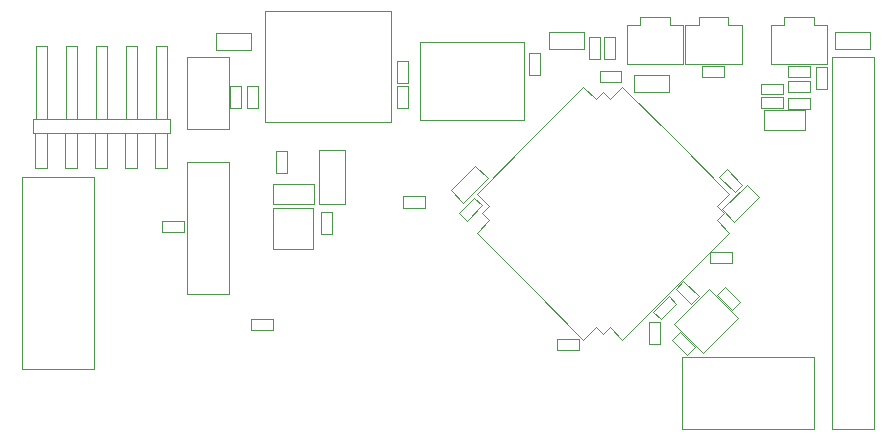
<source format=gbr>
%TF.GenerationSoftware,KiCad,Pcbnew,(5.1.9)-1*%
%TF.CreationDate,2021-03-09T20:48:28+01:00*%
%TF.ProjectId,poly_kb,706f6c79-5f6b-4622-9e6b-696361645f70,rev?*%
%TF.SameCoordinates,Original*%
%TF.FileFunction,Other,User*%
%FSLAX46Y46*%
G04 Gerber Fmt 4.6, Leading zero omitted, Abs format (unit mm)*
G04 Created by KiCad (PCBNEW (5.1.9)-1) date 2021-03-09 20:48:28*
%MOMM*%
%LPD*%
G01*
G04 APERTURE LIST*
%ADD10C,0.050000*%
%ADD11C,0.120000*%
G04 APERTURE END LIST*
D10*
%TO.C,J8*%
X428730000Y-31220000D02*
X428730000Y-37370000D01*
X428730000Y-37370000D02*
X432330000Y-37370000D01*
X432330000Y-37370000D02*
X432330000Y-31220000D01*
X432330000Y-31220000D02*
X428730000Y-31220000D01*
%TO.C,J3*%
X414760000Y-41380000D02*
X414760000Y-57680000D01*
X414760000Y-57680000D02*
X420910000Y-57680000D01*
X420910000Y-57680000D02*
X420910000Y-41380000D01*
X420910000Y-41380000D02*
X414760000Y-41380000D01*
D11*
%TO.C,J1*%
X427329600Y-37642800D02*
X427329600Y-36474400D01*
X427329600Y-36474400D02*
X415696400Y-36474400D01*
X415696400Y-36474400D02*
X415696400Y-37693600D01*
X418490400Y-30327600D02*
X419455600Y-30327600D01*
X419455600Y-30327600D02*
X419455600Y-36474400D01*
X418439600Y-40614600D02*
X419455600Y-40614600D01*
X418490400Y-30327600D02*
X418490400Y-36423600D01*
X415696400Y-37693600D02*
X427329600Y-37693600D01*
X418439600Y-40589200D02*
X418439600Y-37744400D01*
X419455600Y-40614600D02*
X419455600Y-37719000D01*
X415899600Y-40614600D02*
X416915600Y-40614600D01*
X415950400Y-30327600D02*
X416915600Y-30327600D01*
X416915600Y-30327600D02*
X416915600Y-36474400D01*
X415950400Y-30327600D02*
X415950400Y-36423600D01*
X416915600Y-40614600D02*
X416915600Y-37719000D01*
X415899600Y-40589200D02*
X415899600Y-37744400D01*
X420979600Y-40614600D02*
X421995600Y-40614600D01*
X421030400Y-30327600D02*
X421995600Y-30327600D01*
X421995600Y-30327600D02*
X421995600Y-36474400D01*
X421030400Y-30327600D02*
X421030400Y-36423600D01*
X421995600Y-40614600D02*
X421995600Y-37719000D01*
X420979600Y-40589200D02*
X420979600Y-37744400D01*
X423519600Y-40614600D02*
X424535600Y-40614600D01*
X423570400Y-30327600D02*
X424535600Y-30327600D01*
X424535600Y-30327600D02*
X424535600Y-36474400D01*
X423570400Y-30327600D02*
X423570400Y-36423600D01*
X424535600Y-40614600D02*
X424535600Y-37719000D01*
X423519600Y-40589200D02*
X423519600Y-37744400D01*
X426059600Y-40614600D02*
X427075600Y-40614600D01*
X426110400Y-30327600D02*
X427075600Y-30327600D01*
X427075600Y-30327600D02*
X427075600Y-36474400D01*
X426110400Y-30327600D02*
X426110400Y-36423600D01*
X427075600Y-40614600D02*
X427075600Y-37719000D01*
X426059600Y-40589200D02*
X426059600Y-37744400D01*
D10*
%TO.C,R12*%
X432422200Y-33715600D02*
X433362200Y-33715600D01*
X433362200Y-33715600D02*
X433362200Y-35575600D01*
X433362200Y-35575600D02*
X432422200Y-35575600D01*
X432422200Y-35575600D02*
X432422200Y-33715600D01*
%TO.C,R7*%
X462826000Y-29550000D02*
X463766000Y-29550000D01*
X463766000Y-29550000D02*
X463766000Y-31410000D01*
X463766000Y-31410000D02*
X462826000Y-31410000D01*
X462826000Y-31410000D02*
X462826000Y-29550000D01*
%TO.C,R6*%
X482003000Y-32090000D02*
X482943000Y-32090000D01*
X482943000Y-32090000D02*
X482943000Y-33950000D01*
X482943000Y-33950000D02*
X482003000Y-33950000D01*
X482003000Y-33950000D02*
X482003000Y-32090000D01*
%TO.C,R3*%
X465036000Y-31410000D02*
X464096000Y-31410000D01*
X464096000Y-31410000D02*
X464096000Y-29550000D01*
X464096000Y-29550000D02*
X465036000Y-29550000D01*
X465036000Y-29550000D02*
X465036000Y-31410000D01*
%TO.C,R1*%
X474259000Y-32042000D02*
X474259000Y-32982000D01*
X474259000Y-32982000D02*
X472399000Y-32982000D01*
X472399000Y-32982000D02*
X472399000Y-32042000D01*
X472399000Y-32042000D02*
X474259000Y-32042000D01*
D11*
%TO.C,U3*%
X448482000Y-36574000D02*
X448782000Y-36574000D01*
X448482000Y-31374000D02*
X448482000Y-36574000D01*
X457282000Y-36574000D02*
X448782000Y-36574000D01*
X457282000Y-31474000D02*
X457282000Y-36574000D01*
X457282000Y-29974000D02*
X457182000Y-29974000D01*
X457282000Y-31474000D02*
X457282000Y-29974000D01*
X448482000Y-29974000D02*
X457182000Y-29974000D01*
X448482000Y-31374000D02*
X448482000Y-29974000D01*
D10*
%TO.C,R13*%
X471444469Y-52196349D02*
X470129251Y-50881131D01*
X472109149Y-51531669D02*
X471444469Y-52196349D01*
X470793931Y-50216451D02*
X472109149Y-51531669D01*
X470129251Y-50881131D02*
X470793931Y-50216451D01*
%TO.C,C16*%
X470470802Y-54530264D02*
X471757736Y-55817198D01*
X469820264Y-55180802D02*
X470470802Y-54530264D01*
X471107198Y-56467736D02*
X469820264Y-55180802D01*
X471757736Y-55817198D02*
X471107198Y-56467736D01*
%TO.C,Y1*%
X470006994Y-53876843D02*
X472411157Y-56281006D01*
X472411157Y-56281006D02*
X475381006Y-53311157D01*
X475381006Y-53311157D02*
X472976843Y-50906994D01*
X472976843Y-50906994D02*
X470006994Y-53876843D01*
%TO.C,U1*%
X439443600Y-47546200D02*
X436043600Y-47546200D01*
X436043600Y-47546200D02*
X436043600Y-44046200D01*
X436043600Y-44046200D02*
X439443600Y-44046200D01*
X439443600Y-44046200D02*
X439443600Y-47546200D01*
%TO.C,SW3*%
X479318000Y-28576000D02*
X479318000Y-27876000D01*
X479318000Y-27876000D02*
X481818000Y-27876000D01*
X481818000Y-27876000D02*
X481818000Y-28576000D01*
X481818000Y-28576000D02*
X482968000Y-28576000D01*
X478168000Y-31876000D02*
X482968000Y-31876000D01*
X482968000Y-31876000D02*
X482968000Y-28576000D01*
X479318000Y-28576000D02*
X478168000Y-28576000D01*
X478168000Y-28576000D02*
X478168000Y-31876000D01*
%TO.C,SW2*%
X467126000Y-28576000D02*
X467126000Y-27876000D01*
X467126000Y-27876000D02*
X469626000Y-27876000D01*
X469626000Y-27876000D02*
X469626000Y-28576000D01*
X469626000Y-28576000D02*
X470776000Y-28576000D01*
X465976000Y-31876000D02*
X470776000Y-31876000D01*
X470776000Y-31876000D02*
X470776000Y-28576000D01*
X467126000Y-28576000D02*
X465976000Y-28576000D01*
X465976000Y-28576000D02*
X465976000Y-31876000D01*
%TO.C,SW1*%
X472079000Y-28576000D02*
X472079000Y-27876000D01*
X472079000Y-27876000D02*
X474579000Y-27876000D01*
X474579000Y-27876000D02*
X474579000Y-28576000D01*
X474579000Y-28576000D02*
X475729000Y-28576000D01*
X470929000Y-31876000D02*
X475729000Y-31876000D01*
X475729000Y-31876000D02*
X475729000Y-28576000D01*
X472079000Y-28576000D02*
X470929000Y-28576000D01*
X470929000Y-28576000D02*
X470929000Y-31876000D01*
%TO.C,R4*%
X448935200Y-43065600D02*
X448935200Y-44005600D01*
X448935200Y-44005600D02*
X447075200Y-44005600D01*
X447075200Y-44005600D02*
X447075200Y-43065600D01*
X447075200Y-43065600D02*
X448935200Y-43065600D01*
%TO.C,R15*%
X457746000Y-30949000D02*
X458686000Y-30949000D01*
X458686000Y-30949000D02*
X458686000Y-32809000D01*
X458686000Y-32809000D02*
X457746000Y-32809000D01*
X457746000Y-32809000D02*
X457746000Y-30949000D01*
%TO.C,R14*%
X446570000Y-31582000D02*
X447510000Y-31582000D01*
X447510000Y-31582000D02*
X447510000Y-33442000D01*
X447510000Y-33442000D02*
X446570000Y-33442000D01*
X446570000Y-33442000D02*
X446570000Y-31582000D01*
%TO.C,R11*%
X434759200Y-35601000D02*
X433819200Y-35601000D01*
X433819200Y-35601000D02*
X433819200Y-33741000D01*
X433819200Y-33741000D02*
X434759200Y-33741000D01*
X434759200Y-33741000D02*
X434759200Y-35601000D01*
%TO.C,R2*%
X479638000Y-34252000D02*
X479638000Y-33312000D01*
X479638000Y-33312000D02*
X481498000Y-33312000D01*
X481498000Y-33312000D02*
X481498000Y-34252000D01*
X481498000Y-34252000D02*
X479638000Y-34252000D01*
%TO.C,J5*%
X481860000Y-56620000D02*
X470660000Y-56620000D01*
X470660000Y-56620000D02*
X470660000Y-62770000D01*
X470660000Y-62770000D02*
X481860000Y-62770000D01*
X481860000Y-62770000D02*
X481860000Y-56620000D01*
%TO.C,J6*%
X428730000Y-40110000D02*
X428730000Y-51310000D01*
X428730000Y-51310000D02*
X432330000Y-51310000D01*
X432330000Y-51310000D02*
X432330000Y-40110000D01*
X432330000Y-40110000D02*
X428730000Y-40110000D01*
%TO.C,J2*%
X435370000Y-36766000D02*
X435370000Y-27346000D01*
X446010000Y-36766000D02*
X446010000Y-27346000D01*
X446010000Y-27346000D02*
X435370000Y-27346000D01*
X446010000Y-36766000D02*
X435370000Y-36766000D01*
%TO.C,FB1*%
X436044400Y-43674400D02*
X436044400Y-41974400D01*
X436044400Y-41974400D02*
X439544400Y-41974400D01*
X439544400Y-41974400D02*
X439544400Y-43674400D01*
X439544400Y-43674400D02*
X436044400Y-43674400D01*
%TO.C,D3*%
X434169000Y-29242000D02*
X434169000Y-30702000D01*
X434169000Y-30702000D02*
X431209000Y-30702000D01*
X431209000Y-30702000D02*
X431209000Y-29242000D01*
X431209000Y-29242000D02*
X434169000Y-29242000D01*
%TO.C,D2*%
X462363000Y-29115000D02*
X462363000Y-30575000D01*
X462363000Y-30575000D02*
X459403000Y-30575000D01*
X459403000Y-30575000D02*
X459403000Y-29115000D01*
X459403000Y-29115000D02*
X462363000Y-29115000D01*
%TO.C,D1*%
X483660000Y-30575000D02*
X483660000Y-29115000D01*
X483660000Y-29115000D02*
X486620000Y-29115000D01*
X486620000Y-29115000D02*
X486620000Y-30575000D01*
X486620000Y-30575000D02*
X483660000Y-30575000D01*
%TO.C,C1*%
X481478000Y-32052000D02*
X481478000Y-32972000D01*
X481478000Y-32972000D02*
X479658000Y-32972000D01*
X479658000Y-32972000D02*
X479658000Y-32052000D01*
X479658000Y-32052000D02*
X481478000Y-32052000D01*
%TO.C,C3*%
X440077600Y-44403600D02*
X440997600Y-44403600D01*
X440997600Y-44403600D02*
X440997600Y-46223600D01*
X440997600Y-46223600D02*
X440077600Y-46223600D01*
X440077600Y-46223600D02*
X440077600Y-44403600D01*
%TO.C,C2*%
X437213000Y-41042000D02*
X436293000Y-41042000D01*
X436293000Y-41042000D02*
X436293000Y-39222000D01*
X436293000Y-39222000D02*
X437213000Y-39222000D01*
X437213000Y-39222000D02*
X437213000Y-41042000D01*
%TO.C,C15*%
X453183730Y-40448894D02*
X454216106Y-41481270D01*
X454216106Y-41481270D02*
X452123070Y-43574306D01*
X452123070Y-43574306D02*
X451090694Y-42541930D01*
X451090694Y-42541930D02*
X453183730Y-40448894D01*
%TO.C,C14*%
X466642000Y-34258000D02*
X466642000Y-32798000D01*
X466642000Y-32798000D02*
X469602000Y-32798000D01*
X469602000Y-32798000D02*
X469602000Y-34258000D01*
X469602000Y-34258000D02*
X466642000Y-34258000D01*
%TO.C,C13*%
X461945400Y-55166000D02*
X461945400Y-56086000D01*
X461945400Y-56086000D02*
X460125400Y-56086000D01*
X460125400Y-56086000D02*
X460125400Y-55166000D01*
X460125400Y-55166000D02*
X461945400Y-55166000D01*
%TO.C,C12*%
X453073198Y-43176464D02*
X453723736Y-43827002D01*
X453723736Y-43827002D02*
X452436802Y-45113936D01*
X452436802Y-45113936D02*
X451786264Y-44463398D01*
X451786264Y-44463398D02*
X453073198Y-43176464D01*
%TO.C,C5*%
X479217400Y-34642800D02*
X479217400Y-35562800D01*
X479217400Y-35562800D02*
X477397400Y-35562800D01*
X477397400Y-35562800D02*
X477397400Y-34642800D01*
X477397400Y-34642800D02*
X479217400Y-34642800D01*
%TO.C,C4*%
X479217400Y-33499800D02*
X479217400Y-34419800D01*
X479217400Y-34419800D02*
X477397400Y-34419800D01*
X477397400Y-34419800D02*
X477397400Y-33499800D01*
X477397400Y-33499800D02*
X479217400Y-33499800D01*
%TO.C,C11*%
X473054000Y-48720000D02*
X473054000Y-47800000D01*
X473054000Y-47800000D02*
X474874000Y-47800000D01*
X474874000Y-47800000D02*
X474874000Y-48720000D01*
X474874000Y-48720000D02*
X473054000Y-48720000D01*
%TO.C,C10*%
X465526800Y-32433000D02*
X465526800Y-33353000D01*
X465526800Y-33353000D02*
X463706800Y-33353000D01*
X463706800Y-33353000D02*
X463706800Y-32433000D01*
X463706800Y-32433000D02*
X465526800Y-32433000D01*
%TO.C,C9*%
X467916000Y-53700000D02*
X468836000Y-53700000D01*
X468836000Y-53700000D02*
X468836000Y-55520000D01*
X468836000Y-55520000D02*
X467916000Y-55520000D01*
X467916000Y-55520000D02*
X467916000Y-53700000D01*
%TO.C,C8*%
X469541609Y-51523853D02*
X470192147Y-52174391D01*
X470192147Y-52174391D02*
X468905213Y-53461325D01*
X468905213Y-53461325D02*
X468254675Y-52810787D01*
X468254675Y-52810787D02*
X469541609Y-51523853D01*
%TO.C,C7*%
X473833464Y-41414002D02*
X474484002Y-40763464D01*
X474484002Y-40763464D02*
X475770936Y-42050398D01*
X475770936Y-42050398D02*
X475120398Y-42700936D01*
X475120398Y-42700936D02*
X473833464Y-41414002D01*
%TO.C,C6*%
X475095462Y-45189114D02*
X474063086Y-44156738D01*
X474063086Y-44156738D02*
X476156122Y-42063702D01*
X476156122Y-42063702D02*
X477188498Y-43096078D01*
X477188498Y-43096078D02*
X475095462Y-45189114D01*
%TO.C,R10*%
X447510000Y-35603000D02*
X446570000Y-35603000D01*
X446570000Y-35603000D02*
X446570000Y-33743000D01*
X446570000Y-33743000D02*
X447510000Y-33743000D01*
X447510000Y-33743000D02*
X447510000Y-35603000D01*
%TO.C,R9*%
X481498000Y-34709000D02*
X481498000Y-35649000D01*
X481498000Y-35649000D02*
X479638000Y-35649000D01*
X479638000Y-35649000D02*
X479638000Y-34709000D01*
X479638000Y-34709000D02*
X481498000Y-34709000D01*
%TO.C,R8*%
X436006600Y-53403400D02*
X436006600Y-54343400D01*
X436006600Y-54343400D02*
X434146600Y-54343400D01*
X434146600Y-54343400D02*
X434146600Y-53403400D01*
X434146600Y-53403400D02*
X436006600Y-53403400D01*
%TO.C,R5*%
X428539000Y-45148400D02*
X428539000Y-46088400D01*
X428539000Y-46088400D02*
X426679000Y-46088400D01*
X426679000Y-46088400D02*
X426679000Y-45148400D01*
X426679000Y-45148400D02*
X428539000Y-45148400D01*
%TO.C,J4*%
X483340000Y-31220000D02*
X483340000Y-62770000D01*
X483340000Y-62770000D02*
X486940000Y-62770000D01*
X486940000Y-62770000D02*
X486940000Y-31220000D01*
X486940000Y-31220000D02*
X483340000Y-31220000D01*
%TO.C,FB2*%
X477598800Y-37451400D02*
X477598800Y-35751400D01*
X477598800Y-35751400D02*
X481098800Y-35751400D01*
X481098800Y-35751400D02*
X481098800Y-37451400D01*
X481098800Y-37451400D02*
X477598800Y-37451400D01*
%TO.C,F1*%
X442140200Y-43707400D02*
X439900200Y-43707400D01*
X439900200Y-43707400D02*
X439900200Y-39147400D01*
X439900200Y-39147400D02*
X442140200Y-39147400D01*
X442140200Y-39147400D02*
X442140200Y-43707400D01*
%TO.C,C17*%
X473630264Y-51370802D02*
X474280802Y-50720264D01*
X474280802Y-50720264D02*
X475567736Y-52007198D01*
X475567736Y-52007198D02*
X474917198Y-52657736D01*
X474917198Y-52657736D02*
X473630264Y-51370802D01*
%TO.C,U2*%
X457798984Y-50649926D02*
X462324467Y-55175410D01*
X462324467Y-55175410D02*
X463363914Y-54135963D01*
X463363914Y-54135963D02*
X463964955Y-54737003D01*
X463964955Y-54737003D02*
X464565996Y-54135963D01*
X464565996Y-54135963D02*
X465605443Y-55175410D01*
X465605443Y-55175410D02*
X470130926Y-50649926D01*
X457798984Y-50649926D02*
X453273500Y-46124443D01*
X453273500Y-46124443D02*
X454312947Y-45084996D01*
X454312947Y-45084996D02*
X453711907Y-44483955D01*
X453711907Y-44483955D02*
X454312947Y-43882914D01*
X454312947Y-43882914D02*
X453273500Y-42843467D01*
X453273500Y-42843467D02*
X457798984Y-38317984D01*
X470130926Y-38317984D02*
X474656410Y-42843467D01*
X474656410Y-42843467D02*
X473616963Y-43882914D01*
X473616963Y-43882914D02*
X474218003Y-44483955D01*
X474218003Y-44483955D02*
X473616963Y-45084996D01*
X473616963Y-45084996D02*
X474656410Y-46124443D01*
X474656410Y-46124443D02*
X470130926Y-50649926D01*
X470130926Y-38317984D02*
X465605443Y-33792500D01*
X465605443Y-33792500D02*
X464565996Y-34831947D01*
X464565996Y-34831947D02*
X463964955Y-34230907D01*
X463964955Y-34230907D02*
X463363914Y-34831947D01*
X463363914Y-34831947D02*
X462324467Y-33792500D01*
X462324467Y-33792500D02*
X457798984Y-38317984D01*
%TD*%
M02*

</source>
